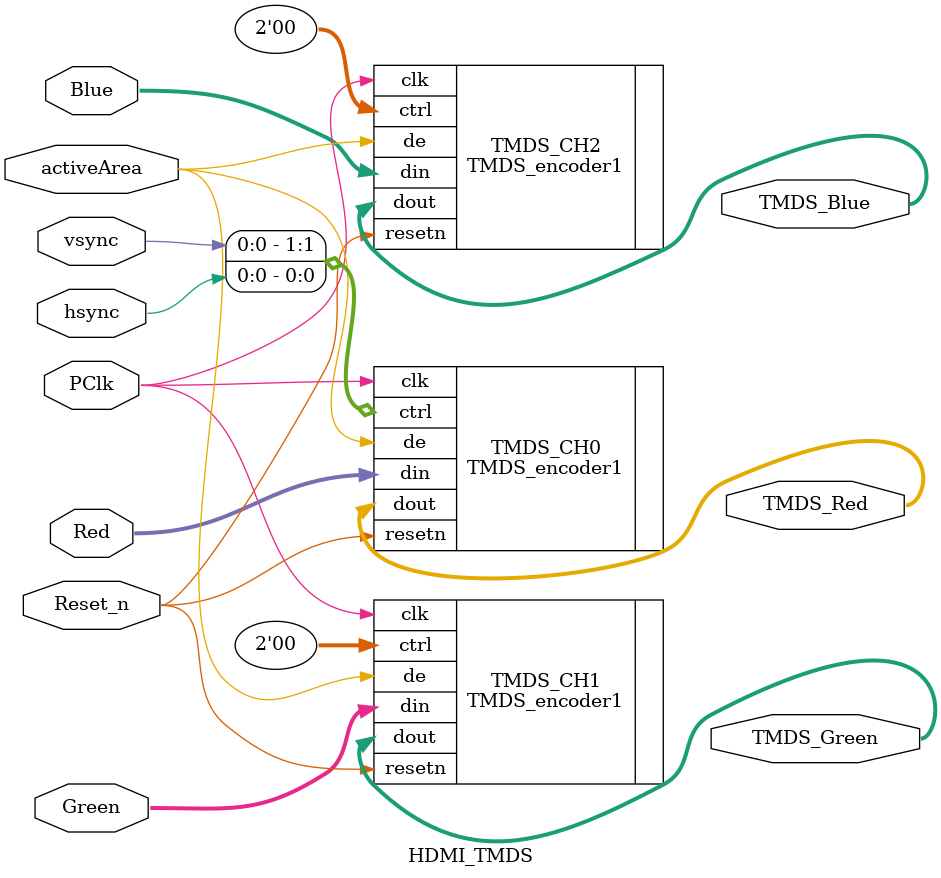
<source format=v>
`timescale 1ns / 1ps


module HDMI_TMDS(
    input       PClk,
    input       Reset_n,
    input [7:0] Red,
    input [7:0] Green,
    input [7:0] Blue,
    input       vsync,
    input       hsync,
    input       activeArea,
    
    output [9:0] TMDS_Red,
    output [9:0] TMDS_Green,
    output [9:0] TMDS_Blue
    );
    
    TMDS_encoder1 TMDS_CH0(
        .clk(PClk),
        .resetn(Reset_n),
        .de(activeArea),
        .ctrl({vsync,hsync}),
        .din(Red),
        .dout(TMDS_Red)
    );
    
    TMDS_encoder1 TMDS_CH1(
        .clk(PClk),
        .resetn(Reset_n),
        .de(activeArea),
        .ctrl(2'b0),
        .din(Green),
        .dout(TMDS_Green)
    );
    
    TMDS_encoder1 TMDS_CH2(
        .clk(PClk),
        .resetn(Reset_n),
        .de(activeArea),
        .ctrl(2'b0),
        .din(Blue),
        .dout(TMDS_Blue)
    );
    
endmodule

</source>
